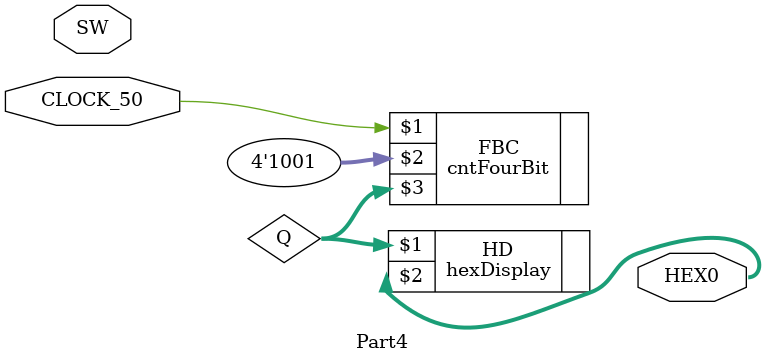
<source format=sv>
module Part4(input logic CLOCK_50,input logic [1:0]SW, output logic [0:6]HEX0);
	logic [3:0]Q;
	cntFourBit FBC(CLOCK_50,4'd9,Q);
	hexDisplay HD(Q,HEX0);
endmodule
</source>
